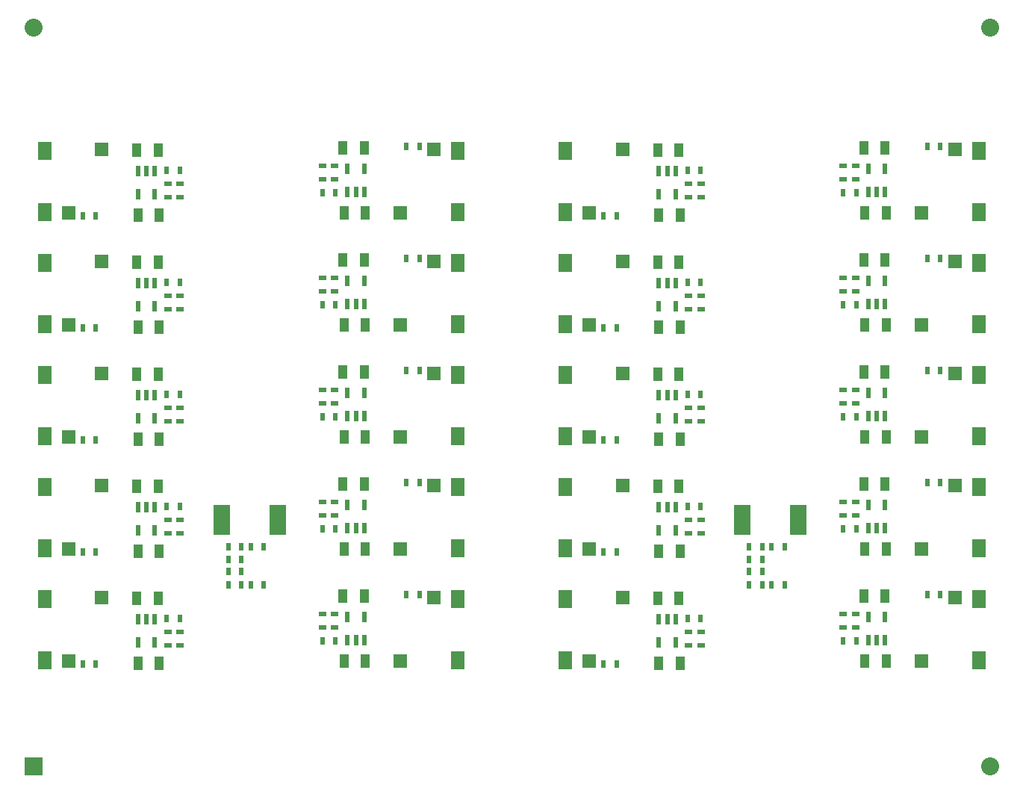
<source format=gtp>
G04 Layer_Color=8421504*
%FSLAX24Y24*%
%MOIN*%
G70*
G01*
G75*
%ADD10C,0.0800*%
%ADD11R,0.0800X0.0800*%
%ADD12R,0.0197X0.0354*%
%ADD13R,0.0394X0.0591*%
%ADD14R,0.0354X0.0197*%
%ADD15R,0.0236X0.0480*%
%ADD16R,0.0768X0.1378*%
%ADD17R,0.0591X0.0787*%
%ADD18R,0.0591X0.0630*%
D10*
X1450Y34400D02*
D03*
X44150D02*
D03*
Y1450D02*
D03*
D11*
X1450D02*
D03*
D12*
X4245Y6000D02*
D03*
X3655D02*
D03*
X7405Y8050D02*
D03*
X7995D02*
D03*
X4245Y16000D02*
D03*
X3655D02*
D03*
X7405Y18050D02*
D03*
X7995D02*
D03*
X4245Y11000D02*
D03*
X3655D02*
D03*
X7405Y13050D02*
D03*
X7995D02*
D03*
X4245Y21000D02*
D03*
X3655D02*
D03*
X7405Y23050D02*
D03*
X7995D02*
D03*
X4245Y26000D02*
D03*
X3655D02*
D03*
X7405Y28050D02*
D03*
X7995D02*
D03*
X18105Y29100D02*
D03*
X18695D02*
D03*
X14945Y27050D02*
D03*
X14355D02*
D03*
X18105Y9100D02*
D03*
X18695D02*
D03*
X14945Y7050D02*
D03*
X14355D02*
D03*
X18105Y14100D02*
D03*
X18695D02*
D03*
X14945Y12050D02*
D03*
X14355D02*
D03*
Y17050D02*
D03*
X14945D02*
D03*
X18695Y19100D02*
D03*
X18105D02*
D03*
X14355Y22050D02*
D03*
X14945D02*
D03*
X18695Y24100D02*
D03*
X18105D02*
D03*
X10745Y9550D02*
D03*
X10155D02*
D03*
X11155Y9531D02*
D03*
X11745D02*
D03*
X10745Y10131D02*
D03*
X10155D02*
D03*
X10745Y10681D02*
D03*
X10155D02*
D03*
X10745Y11231D02*
D03*
X10155D02*
D03*
X11745D02*
D03*
X11155D02*
D03*
X27495Y6000D02*
D03*
X26905D02*
D03*
X30655Y8050D02*
D03*
X31245D02*
D03*
X27495Y16000D02*
D03*
X26905D02*
D03*
X30655Y18050D02*
D03*
X31245D02*
D03*
X27495Y11000D02*
D03*
X26905D02*
D03*
X30655Y13050D02*
D03*
X31245D02*
D03*
X27495Y21000D02*
D03*
X26905D02*
D03*
X30655Y23050D02*
D03*
X31245D02*
D03*
X27495Y26000D02*
D03*
X26905D02*
D03*
X30655Y28050D02*
D03*
X31245D02*
D03*
X41355Y29100D02*
D03*
X41945D02*
D03*
X38195Y27050D02*
D03*
X37605D02*
D03*
X41355Y9100D02*
D03*
X41945D02*
D03*
X38195Y7050D02*
D03*
X37605D02*
D03*
X41355Y14100D02*
D03*
X41945D02*
D03*
X38195Y12050D02*
D03*
X37605D02*
D03*
Y17050D02*
D03*
X38195D02*
D03*
X41945Y19100D02*
D03*
X41355D02*
D03*
X37605Y22050D02*
D03*
X38195D02*
D03*
X41945Y24100D02*
D03*
X41355D02*
D03*
X33995Y9550D02*
D03*
X33405D02*
D03*
X34405Y9531D02*
D03*
X34995D02*
D03*
X33995Y10131D02*
D03*
X33405D02*
D03*
X33995Y10681D02*
D03*
X33405D02*
D03*
X33995Y11231D02*
D03*
X33405D02*
D03*
X34995D02*
D03*
X34405D02*
D03*
D13*
X7073Y6050D02*
D03*
X6128D02*
D03*
X7023Y8950D02*
D03*
X6078D02*
D03*
X7073Y16050D02*
D03*
X6128D02*
D03*
X7023Y18950D02*
D03*
X6078D02*
D03*
X7073Y11050D02*
D03*
X6128D02*
D03*
X7023Y13950D02*
D03*
X6078D02*
D03*
X7073Y21050D02*
D03*
X6128D02*
D03*
X7023Y23950D02*
D03*
X6078D02*
D03*
X7073Y26050D02*
D03*
X6128D02*
D03*
X7023Y28950D02*
D03*
X6078D02*
D03*
X15278Y29050D02*
D03*
X16223D02*
D03*
X15328Y26150D02*
D03*
X16273D02*
D03*
X15278Y9050D02*
D03*
X16223D02*
D03*
X15328Y6150D02*
D03*
X16273D02*
D03*
X15278Y14050D02*
D03*
X16223D02*
D03*
X15328Y11150D02*
D03*
X16273D02*
D03*
Y16150D02*
D03*
X15328D02*
D03*
X16223Y19050D02*
D03*
X15278D02*
D03*
X16273Y21150D02*
D03*
X15328D02*
D03*
X16223Y24050D02*
D03*
X15278D02*
D03*
X30323Y6050D02*
D03*
X29378D02*
D03*
X30273Y8950D02*
D03*
X29328D02*
D03*
X30323Y16050D02*
D03*
X29378D02*
D03*
X30273Y18950D02*
D03*
X29328D02*
D03*
X30323Y11050D02*
D03*
X29378D02*
D03*
X30273Y13950D02*
D03*
X29328D02*
D03*
X30323Y21050D02*
D03*
X29378D02*
D03*
X30273Y23950D02*
D03*
X29328D02*
D03*
X30323Y26050D02*
D03*
X29378D02*
D03*
X30273Y28950D02*
D03*
X29328D02*
D03*
X38528Y29050D02*
D03*
X39473D02*
D03*
X38578Y26150D02*
D03*
X39523D02*
D03*
X38528Y9050D02*
D03*
X39473D02*
D03*
X38578Y6150D02*
D03*
X39523D02*
D03*
X38528Y14050D02*
D03*
X39473D02*
D03*
X38578Y11150D02*
D03*
X39523D02*
D03*
Y16150D02*
D03*
X38578D02*
D03*
X39473Y19050D02*
D03*
X38528D02*
D03*
X39523Y21150D02*
D03*
X38578D02*
D03*
X39473Y24050D02*
D03*
X38528D02*
D03*
D14*
X7450Y6855D02*
D03*
Y7445D02*
D03*
X8000D02*
D03*
Y6855D02*
D03*
Y17445D02*
D03*
Y16855D02*
D03*
X7450D02*
D03*
Y17445D02*
D03*
X8000Y12445D02*
D03*
Y11855D02*
D03*
X7450D02*
D03*
Y12445D02*
D03*
X8000Y22445D02*
D03*
Y21855D02*
D03*
X7450D02*
D03*
Y22445D02*
D03*
X8000Y27445D02*
D03*
Y26855D02*
D03*
X7450D02*
D03*
Y27445D02*
D03*
X14350Y27655D02*
D03*
Y28245D02*
D03*
X14900D02*
D03*
Y27655D02*
D03*
X14350Y7655D02*
D03*
Y8245D02*
D03*
X14900D02*
D03*
Y7655D02*
D03*
X14350Y12655D02*
D03*
Y13245D02*
D03*
X14900D02*
D03*
Y12655D02*
D03*
Y17655D02*
D03*
Y18245D02*
D03*
X14350D02*
D03*
Y17655D02*
D03*
X14900Y22655D02*
D03*
Y23245D02*
D03*
X14350D02*
D03*
Y22655D02*
D03*
X30700Y6855D02*
D03*
Y7445D02*
D03*
X31250D02*
D03*
Y6855D02*
D03*
Y17445D02*
D03*
Y16855D02*
D03*
X30700D02*
D03*
Y17445D02*
D03*
X31250Y12445D02*
D03*
Y11855D02*
D03*
X30700D02*
D03*
Y12445D02*
D03*
X31250Y22445D02*
D03*
Y21855D02*
D03*
X30700D02*
D03*
Y22445D02*
D03*
X31250Y27445D02*
D03*
Y26855D02*
D03*
X30700D02*
D03*
Y27445D02*
D03*
X37600Y27655D02*
D03*
Y28245D02*
D03*
X38150D02*
D03*
Y27655D02*
D03*
X37600Y7655D02*
D03*
Y8245D02*
D03*
X38150D02*
D03*
Y7655D02*
D03*
X37600Y12655D02*
D03*
Y13245D02*
D03*
X38150D02*
D03*
Y12655D02*
D03*
Y17655D02*
D03*
Y18245D02*
D03*
X37600D02*
D03*
Y17655D02*
D03*
X38150Y22655D02*
D03*
Y23245D02*
D03*
X37600D02*
D03*
Y22655D02*
D03*
D15*
X6874Y8016D02*
D03*
X6500D02*
D03*
X6126D02*
D03*
Y6984D02*
D03*
X6874D02*
D03*
Y18016D02*
D03*
X6500D02*
D03*
X6126D02*
D03*
Y16984D02*
D03*
X6874D02*
D03*
Y13016D02*
D03*
X6500D02*
D03*
X6126D02*
D03*
Y11984D02*
D03*
X6874D02*
D03*
Y23016D02*
D03*
X6500D02*
D03*
X6126D02*
D03*
Y21984D02*
D03*
X6874D02*
D03*
Y28016D02*
D03*
X6500D02*
D03*
X6126D02*
D03*
Y26984D02*
D03*
X6874D02*
D03*
X15476Y27084D02*
D03*
X15850D02*
D03*
X16224D02*
D03*
Y28116D02*
D03*
X15476D02*
D03*
Y7084D02*
D03*
X15850D02*
D03*
X16224D02*
D03*
Y8116D02*
D03*
X15476D02*
D03*
Y12084D02*
D03*
X15850D02*
D03*
X16224D02*
D03*
Y13116D02*
D03*
X15476D02*
D03*
Y18116D02*
D03*
X16224D02*
D03*
Y17084D02*
D03*
X15850D02*
D03*
X15476D02*
D03*
Y23116D02*
D03*
X16224D02*
D03*
Y22084D02*
D03*
X15850D02*
D03*
X15476D02*
D03*
X30124Y8016D02*
D03*
X29750D02*
D03*
X29376D02*
D03*
Y6984D02*
D03*
X30124D02*
D03*
Y18016D02*
D03*
X29750D02*
D03*
X29376D02*
D03*
Y16984D02*
D03*
X30124D02*
D03*
Y13016D02*
D03*
X29750D02*
D03*
X29376D02*
D03*
Y11984D02*
D03*
X30124D02*
D03*
Y23016D02*
D03*
X29750D02*
D03*
X29376D02*
D03*
Y21984D02*
D03*
X30124D02*
D03*
Y28016D02*
D03*
X29750D02*
D03*
X29376D02*
D03*
Y26984D02*
D03*
X30124D02*
D03*
X38726Y27084D02*
D03*
X39100D02*
D03*
X39474D02*
D03*
Y28116D02*
D03*
X38726D02*
D03*
Y7084D02*
D03*
X39100D02*
D03*
X39474D02*
D03*
Y8116D02*
D03*
X38726D02*
D03*
Y12084D02*
D03*
X39100D02*
D03*
X39474D02*
D03*
Y13116D02*
D03*
X38726D02*
D03*
Y18116D02*
D03*
X39474D02*
D03*
Y17084D02*
D03*
X39100D02*
D03*
X38726D02*
D03*
Y23116D02*
D03*
X39474D02*
D03*
Y22084D02*
D03*
X39100D02*
D03*
X38726D02*
D03*
D16*
X12350Y12431D02*
D03*
X9850D02*
D03*
X35600D02*
D03*
X33100D02*
D03*
D17*
X20398Y16186D02*
D03*
Y18914D02*
D03*
Y23914D02*
D03*
Y21186D02*
D03*
X1953Y8914D02*
D03*
Y6186D02*
D03*
Y11186D02*
D03*
Y13914D02*
D03*
Y18914D02*
D03*
Y16186D02*
D03*
Y21186D02*
D03*
Y23914D02*
D03*
Y28914D02*
D03*
Y26186D02*
D03*
X20398Y28914D02*
D03*
Y26186D02*
D03*
Y11186D02*
D03*
Y13914D02*
D03*
Y8914D02*
D03*
Y6186D02*
D03*
X43648Y16186D02*
D03*
Y18914D02*
D03*
Y23914D02*
D03*
Y21186D02*
D03*
X25203Y8914D02*
D03*
Y6186D02*
D03*
Y11186D02*
D03*
Y13914D02*
D03*
Y18914D02*
D03*
Y16186D02*
D03*
Y21186D02*
D03*
Y23914D02*
D03*
Y28914D02*
D03*
Y26186D02*
D03*
X43648Y28914D02*
D03*
Y26186D02*
D03*
Y11186D02*
D03*
Y13914D02*
D03*
Y8914D02*
D03*
Y6186D02*
D03*
D18*
X19335Y18967D02*
D03*
X17839Y16133D02*
D03*
Y21133D02*
D03*
X19335Y23967D02*
D03*
X3016Y6133D02*
D03*
X4512Y8967D02*
D03*
Y13967D02*
D03*
X3016Y11133D02*
D03*
Y16133D02*
D03*
X4512Y18967D02*
D03*
Y23967D02*
D03*
X3016Y21133D02*
D03*
Y26133D02*
D03*
X4512Y28967D02*
D03*
X17839Y26133D02*
D03*
X19335Y28967D02*
D03*
Y13967D02*
D03*
X17839Y11133D02*
D03*
Y6133D02*
D03*
X19335Y8967D02*
D03*
X42585Y18967D02*
D03*
X41089Y16133D02*
D03*
Y21133D02*
D03*
X42585Y23967D02*
D03*
X26265Y6133D02*
D03*
X27762Y8967D02*
D03*
Y13967D02*
D03*
X26265Y11133D02*
D03*
Y16133D02*
D03*
X27762Y18967D02*
D03*
Y23967D02*
D03*
X26265Y21133D02*
D03*
Y26133D02*
D03*
X27762Y28967D02*
D03*
X41089Y26133D02*
D03*
X42585Y28967D02*
D03*
Y13967D02*
D03*
X41089Y11133D02*
D03*
Y6133D02*
D03*
X42585Y8967D02*
D03*
M02*

</source>
